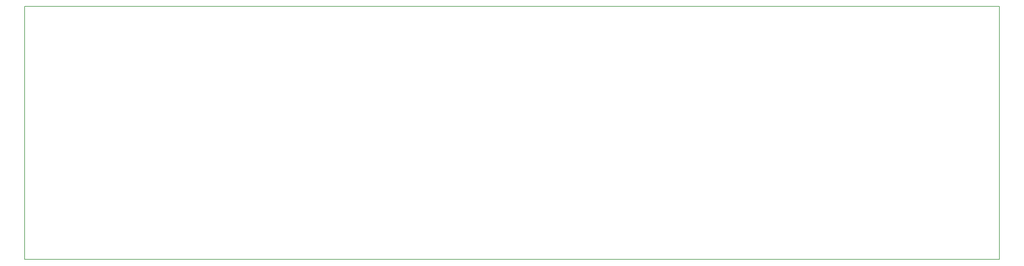
<source format=gbr>
G04 #@! TF.FileFunction,Profile,NP*
%FSLAX46Y46*%
G04 Gerber Fmt 4.6, Leading zero omitted, Abs format (unit mm)*
G04 Created by KiCad (PCBNEW 4.0.7) date 04/02/21 16:44:20*
%MOMM*%
%LPD*%
G01*
G04 APERTURE LIST*
%ADD10C,0.100000*%
%ADD11C,0.150000*%
G04 APERTURE END LIST*
D10*
D11*
X9000000Y-106000000D02*
X9000000Y-32000000D01*
X294000000Y-106000000D02*
X9000000Y-106000000D01*
X294000000Y-32000000D02*
X294000000Y-106000000D01*
X9000000Y-32000000D02*
X294000000Y-32000000D01*
M02*

</source>
